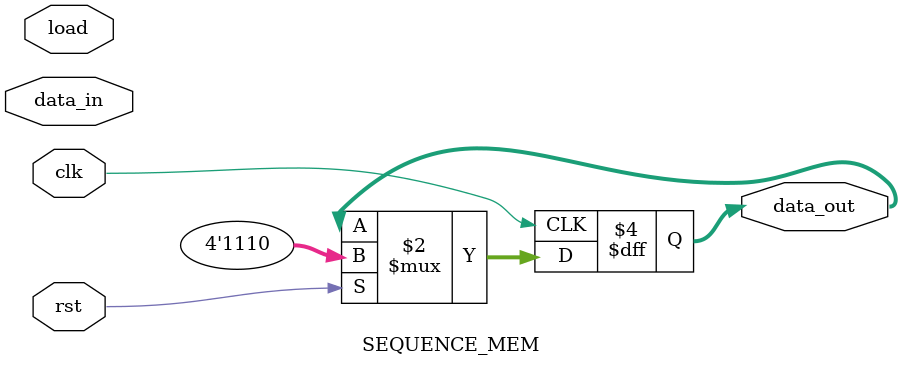
<source format=v>
module SEQUENCE_MEM (
    input  wire       clk,
    input  wire       rst,         // Synchronous reset
    input  wire       load,        // Load signal
    input  wire [3:0] data_in,     // Data to load
    output reg  [3:0] data_out     // Always reflects current count value
);

always @(posedge clk) begin
    if (rst) begin
        data_out <= 4'b1110;    
    end
end

endmodule
</source>
